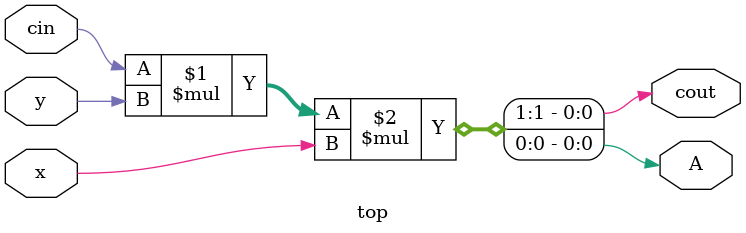
<source format=v>
module top
(
 input x,
 input y,
 input cin,

 output A,
 output cout
 );

`ifndef BUG
assign {cout,A} =  cin * y * x;
`else
assign {cout,A} =  cin - y * x;
`endif

endmodule

</source>
